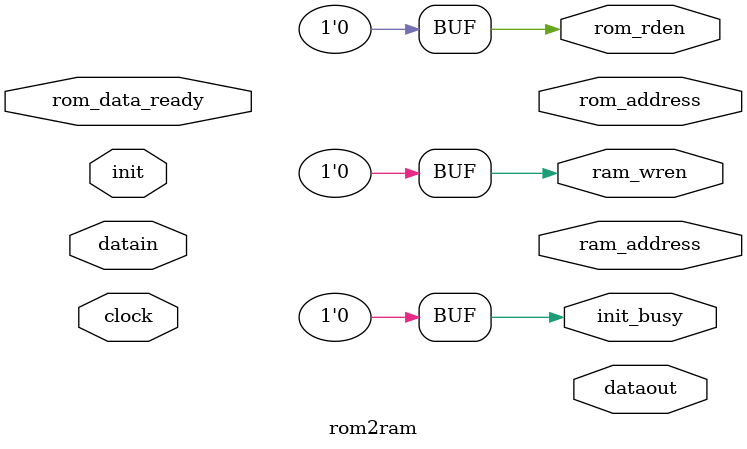
<source format=v>
module rom2ram (
    clock,
    datain,
    init,
    rom_data_ready,
    dataout,
    init_busy,
    ram_address,
    ram_wren,
    rom_address,
    rom_rden);

    input     clock;
    input   [7:0]  datain;
    input     init;
    input     rom_data_ready;
    output  [7:0]  dataout;
    output    init_busy;
    output  [16:0]  ram_address;
    output    ram_wren;
    output  [16:0]  rom_address;
    output    rom_rden;

assign init_busy = 0;
assign ram_wren = 0;
assign rom_rden = 0;

endmodule

</source>
